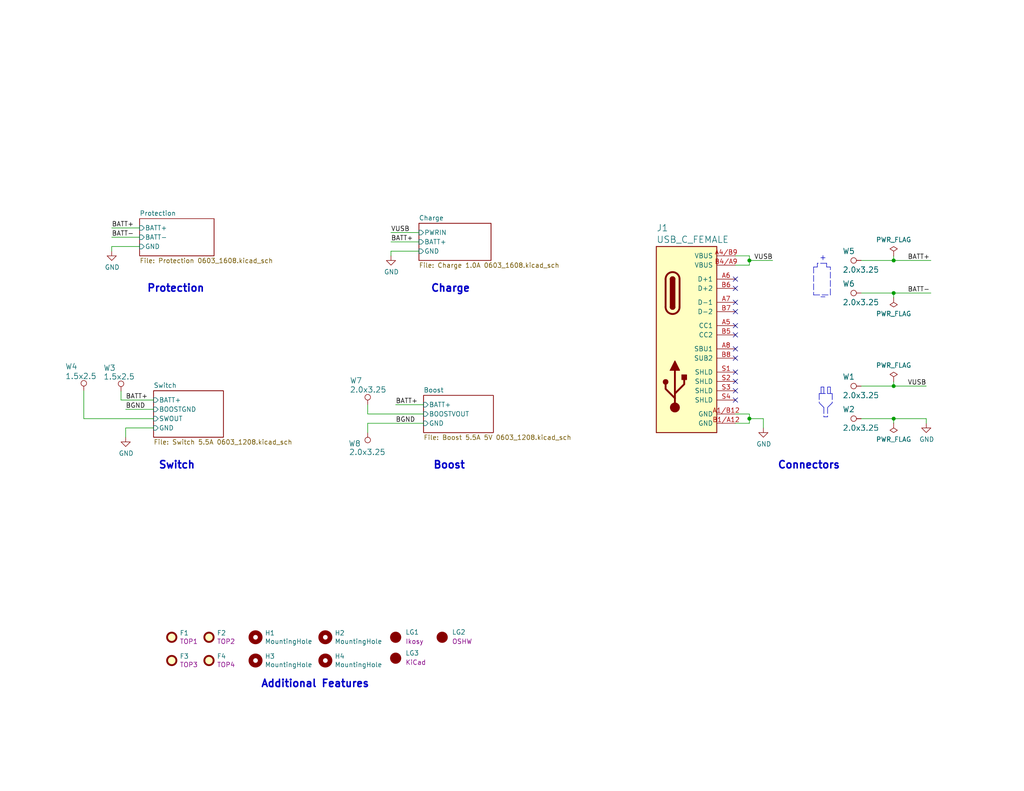
<source format=kicad_sch>
(kicad_sch (version 20210621) (generator eeschema)
  (paper "A")
  (title_block (title "Li-ion 5A Boost 1A Charge Protect") (rev "1.0.0") (comment 1 "Designed by Lance A. Endres"))
  (lib_symbols
    (symbol "Connector_LE:USB_C_Plug_USB2.0" (pin_names (offset 1.016))
      (property "Reference" "P" (at -8.89 29.21 0))
      (property "Value" "USB_C_Plug_USB2.0" (at -8.89 26.67 0))
      (property "Manufacturer Part No." "USB4110-GF-A" (at -1.27 -31.75 0))
      (symbol "USB_C_Plug_USB2.0_0_1"
        (rectangle (start -8.89 25.4) (end 7.62 -25.4) (stroke (width 0.254)) (fill (type background)))
        (circle (center -6.35 -11.557) (radius 0.635) (stroke (width 0.254)) (fill (type outline)))
        (arc (start -6.35 8.89) (mid -4.445 6.985) (end -2.54 8.89) (stroke (width 0.508)))
        (arc (start -5.08 8.89) (mid -4.445 8.255) (end -3.81 8.89) (stroke (width 0.254)))
        (arc (start -5.08 8.89) (mid -4.445 8.255) (end -3.81 8.89) (stroke (width 0.254)) (fill (type outline)))
        (rectangle (start -5.08 8.89) (end -3.81 16.51) (stroke (width 0.254)) (fill (type outline)))
        (circle (center -3.81 -18.542) (radius 1.27) (fill (type outline)))
        (arc (start -3.81 16.51) (mid -4.445 17.145) (end -5.08 16.51) (stroke (width 0.254)))
        (arc (start -3.81 16.51) (mid -4.445 17.145) (end -5.08 16.51) (stroke (width 0.254)) (fill (type outline)))
        (arc (start -2.54 16.51) (mid -4.445 18.415) (end -6.35 16.51) (stroke (width 0.508)))
        (rectangle (start -1.905 -10.922) (end -0.635 -9.652) (stroke (width 0.254)) (fill (type outline)))
        (polyline (pts (xy -6.35 8.89) (xy -6.35 16.51)) (stroke (width 0.508)))
        (polyline (pts (xy -3.81 -18.542) (xy -3.81 -8.382)) (stroke (width 0.508)))
        (polyline (pts (xy -2.54 16.51) (xy -2.54 8.89)) (stroke (width 0.508)))
        (polyline (pts (xy -3.81 -16.002) (xy -6.35 -13.462) (xy -6.35 -12.192)) (stroke (width 0.508)))
        (polyline (pts (xy -3.81 -14.732) (xy -1.27 -12.192) (xy -1.27 -10.922)) (stroke (width 0.508)))
        (polyline (pts (xy -5.08 -8.382) (xy -3.81 -5.842) (xy -2.54 -8.382) (xy -5.08 -8.382)) (stroke (width 0.254)) (fill (type outline)))
      )
      (symbol "USB_C_Plug_USB2.0_1_1"
        (pin passive line (at 12.7 -20.32 180) (length 5.08) (name "GND") (number "A1/B12"))
        (pin power_in line (at 12.7 22.86 180) (length 5.08) (name "VBUS") (number "A4/B9"))
        (pin bidirectional line (at 12.7 3.81 180) (length 5.08) (name "CC1") (number "A5"))
        (pin bidirectional line (at 12.7 16.51 180) (length 5.08) (name "D+1") (number "A6"))
        (pin bidirectional line (at 12.7 10.16 180) (length 5.08) (name "D-1") (number "A7"))
        (pin bidirectional line (at 12.7 -2.54 180) (length 5.08) (name "SBU1") (number "A8"))
        (pin passive line (at 12.7 -22.86 180) (length 5.08) (name "GND") (number "B1/A12"))
        (pin power_in line (at 12.7 20.32 180) (length 5.08) (name "VBUS") (number "B4/A9"))
        (pin bidirectional line (at 12.7 1.27 180) (length 5.08) (name "CC2") (number "B5"))
        (pin bidirectional line (at 12.7 13.97 180) (length 5.08) (name "D+2") (number "B6"))
        (pin bidirectional line (at 12.7 7.62 180) (length 5.08) (name "D-2") (number "B7"))
        (pin bidirectional line (at 12.7 -5.08 180) (length 5.08) (name "SUB2") (number "B8"))
        (pin passive line (at 12.7 -8.89 180) (length 5.08) (name "SHLD") (number "S1"))
        (pin passive line (at 12.7 -11.43 180) (length 5.08) (name "SHLD") (number "S2"))
        (pin passive line (at 12.7 -13.97 180) (length 5.08) (name "SHLD") (number "S3"))
        (pin passive line (at 12.7 -16.51 180) (length 5.08) (name "SHLD") (number "S4"))
      )
    )
    (symbol "Frequently_Used_LE:GND" (power) (pin_names (offset 0))
      (property "Value" "GND" (at 0 -3.81 0))
      (symbol "GND_0_1"
        (polyline (pts (xy 0 0) (xy 0 -1.27) (xy 1.27 -1.27) (xy 0 -2.54) (xy -1.27 -1.27) (xy 0 -1.27)))
      )
      (symbol "GND_1_1"
        (pin power_in line (at 0 0 270) (length 0) hide (name "GND") (number "1"))
      )
    )
    (symbol "Frequently_Used_LE:Logo" (pin_numbers hide) (pin_names hide)
      (property "Reference" "LG" (at 0 5.08 0))
      (property "Name" "Name" (at 0 3.175 0))
      (symbol "Logo_0_1"
        (circle (center 0 0) (radius 1.27) (stroke (width 0.508)) (fill (type outline)))
      )
    )
    (symbol "Frequently_Used_LE:TestPoint_1" (pin_numbers hide) (pin_names (offset 0.762) hide)
      (property "Reference" "TP" (at 0 5.715 0))
      (property "Name" "Name" (at 0 3.81 0))
      (symbol "TestPoint_1_0_1"
        (circle (center 0 2.032) (radius 0.762))
      )
      (symbol "TestPoint_1_1_1"
        (pin passive line (at 0 0 90) (length 1.27) (name "1") (number "1"))
      )
    )
    (symbol "Mechanical_LE:Fiducial"
      (property "Reference" "F" (at 0 5.08 0))
      (property "Name" "Name" (at 0 2.54 0))
      (symbol "Fiducial_0_1"
        (circle (center 0 0) (radius 1.27) (stroke (width 0.508)) (fill (type background)))
      )
    )
    (symbol "Mechanical_LE:MountingHole" (pin_names (offset 1.016))
      (property "Reference" "H" (at 0 5.08 0))
      (property "Name" "Name" (at 0 3.175 0))
      (symbol "MountingHole_0_1"
        (circle (center 0 0) (radius 1.27) (stroke (width 1.27)))
      )
    )
    (symbol "power:GND" (power) (pin_names (offset 0))
      (property "Value" "GND" (at 0 -3.81 0))
      (symbol "GND_0_1"
        (polyline (pts (xy 0 0) (xy 0 -1.27) (xy 1.27 -1.27) (xy 0 -2.54) (xy -1.27 -1.27) (xy 0 -1.27)))
      )
      (symbol "GND_1_1"
        (pin power_in line (at 0 0 270) (length 0) hide (name "GND") (number "1"))
      )
    )
    (symbol "power:PWR_FLAG" (power) (pin_numbers hide) (pin_names (offset 0) hide)
      (property "Value" "PWR_FLAG" (at 0 3.81 0))
      (symbol "PWR_FLAG_0_0"
        (pin power_out line (at 0 0 90) (length 0) (name "pwr") (number "1"))
      )
      (symbol "PWR_FLAG_0_1"
        (polyline (pts (xy 0 0) (xy 0 1.27) (xy -1.016 1.905) (xy 0 2.54) (xy 1.016 1.905) (xy 0 1.27)))
      )
    )
  )
  (junction (at 243.84 80.01))
  (junction (at 204.47 71.12))
  (junction (at 204.47 114.3))
  (junction (at 243.84 71.12))
  (junction (at 243.84 105.41))
  (junction (at 243.84 114.3))
  (no_connect (at 200.66 97.79))
  (no_connect (at 200.66 101.6))
  (no_connect (at 200.66 78.74))
  (no_connect (at 200.66 109.22))
  (no_connect (at 200.66 95.25))
  (no_connect (at 200.66 88.9))
  (no_connect (at 200.66 91.44))
  (no_connect (at 200.66 76.2))
  (no_connect (at 200.66 106.68))
  (no_connect (at 200.66 82.55))
  (no_connect (at 200.66 104.14))
  (no_connect (at 200.66 85.09))
  (polyline (pts (xy 224.79 113.792) (xy 225.806 113.792)))
  (polyline (pts (xy 224.79 111.252) (xy 223.52 109.982)))
  (wire (pts (xy 38.1 67.31) (xy 30.48 67.31)))
  (wire (pts (xy 114.3 66.04) (xy 106.68 66.04)))
  (polyline (pts (xy 224.028 105.664) (xy 224.79 105.664)))
  (wire (pts (xy 114.3 63.5) (xy 106.68 63.5)))
  (wire (pts (xy 243.84 80.01) (xy 254 80.01)))
  (wire (pts (xy 41.91 116.84) (xy 34.29 116.84)))
  (wire (pts (xy 243.84 104.14) (xy 243.84 105.41)))
  (wire (pts (xy 41.91 114.3) (xy 22.86 114.3)))
  (polyline (pts (xy 223.52 107.442) (xy 223.52 109.982)))
  (polyline (pts (xy 225.552 71.882) (xy 223.012 71.882)))
  (polyline (pts (xy 225.806 107.442) (xy 225.806 105.664)))
  (polyline (pts (xy 226.568 80.518) (xy 226.568 72.898)))
  (polyline (pts (xy 227.076 107.442) (xy 227.076 109.982)))
  (wire (pts (xy 33.02 109.22) (xy 41.91 109.22)))
  (polyline (pts (xy 227.076 109.982) (xy 225.806 111.252)))
  (wire (pts (xy 38.1 64.77) (xy 30.48 64.77)))
  (wire (pts (xy 234.95 80.01) (xy 243.84 80.01)))
  (wire (pts (xy 100.33 118.11) (xy 100.33 115.57)))
  (wire (pts (xy 22.86 114.3) (xy 22.86 106.68)))
  (wire (pts (xy 106.68 68.58) (xy 106.68 69.85)))
  (wire (pts (xy 243.84 114.3) (xy 252.73 114.3)))
  (wire (pts (xy 204.47 71.12) (xy 204.47 72.39)))
  (wire (pts (xy 115.57 113.03) (xy 100.33 113.03)))
  (wire (pts (xy 243.84 71.12) (xy 254 71.12)))
  (wire (pts (xy 41.91 111.76) (xy 34.29 111.76)))
  (wire (pts (xy 100.33 113.03) (xy 100.33 110.49)))
  (polyline (pts (xy 223.012 71.882) (xy 223.012 72.898)))
  (wire (pts (xy 204.47 114.3) (xy 204.47 115.57)))
  (wire (pts (xy 107.95 110.49) (xy 115.57 110.49)))
  (polyline (pts (xy 224.79 111.252) (xy 224.79 113.792)))
  (wire (pts (xy 234.95 114.3) (xy 243.84 114.3)))
  (wire (pts (xy 252.73 105.41) (xy 243.84 105.41)))
  (wire (pts (xy 234.95 71.12) (xy 243.84 71.12)))
  (wire (pts (xy 204.47 72.39) (xy 200.66 72.39)))
  (wire (pts (xy 200.66 113.03) (xy 204.47 113.03)))
  (polyline (pts (xy 224.79 105.664) (xy 224.79 107.442)))
  (wire (pts (xy 204.47 114.3) (xy 208.28 114.3)))
  (polyline (pts (xy 225.806 111.252) (xy 225.806 113.792)))
  (wire (pts (xy 243.84 105.41) (xy 234.95 105.41)))
  (wire (pts (xy 34.29 116.84) (xy 34.29 119.38)))
  (wire (pts (xy 38.1 62.23) (xy 30.48 62.23)))
  (wire (pts (xy 100.33 115.57) (xy 115.57 115.57)))
  (polyline (pts (xy 224.028 105.664) (xy 224.028 107.442)))
  (wire (pts (xy 243.84 81.28) (xy 243.84 80.01)))
  (polyline (pts (xy 221.996 72.898) (xy 221.996 80.518)))
  (polyline (pts (xy 226.568 72.898) (xy 225.552 72.898)))
  (wire (pts (xy 252.73 114.3) (xy 252.73 115.57)))
  (wire (pts (xy 204.47 71.12) (xy 204.47 69.85)))
  (polyline (pts (xy 223.52 107.442) (xy 227.076 107.442)))
  (wire (pts (xy 208.28 116.84) (xy 208.28 114.3)))
  (wire (pts (xy 243.84 69.85) (xy 243.84 71.12)))
  (wire (pts (xy 204.47 113.03) (xy 204.47 114.3)))
  (wire (pts (xy 243.84 115.57) (xy 243.84 114.3)))
  (wire (pts (xy 33.02 106.807) (xy 33.02 109.22)))
  (wire (pts (xy 204.47 69.85) (xy 200.66 69.85)))
  (polyline (pts (xy 221.996 80.518) (xy 226.568 80.518)))
  (wire (pts (xy 114.3 68.58) (xy 106.68 68.58)))
  (wire (pts (xy 30.48 67.31) (xy 30.48 68.58)))
  (polyline (pts (xy 226.568 105.664) (xy 226.568 107.442)))
  (polyline (pts (xy 225.552 72.898) (xy 225.552 71.882)))
  (polyline (pts (xy 225.806 105.664) (xy 226.568 105.664)))
  (polyline (pts (xy 223.012 72.898) (xy 221.996 72.898)))
  (wire (pts (xy 204.47 71.12) (xy 210.82 71.12)))
  (wire (pts (xy 204.47 115.57) (xy 200.66 115.57)))
  (text "Protection" (at 40.005 80.01 0) (effects (font (size 2.0066 2.0066) (thickness 0.4013) bold) (justify left bottom)))
  (text "Switch" (at 43.18 128.27 0) (effects (font (size 2.0066 2.0066) (thickness 0.4013) bold) (justify left bottom)))
  (text "Connectors" (at 212.09 128.27 0) (effects (font (size 2.0066 2.0066) (thickness 0.4013) bold) (justify left bottom)))
  (text "Additional Features" (at 71.12 187.96 0) (effects (font (size 2.0066 2.0066) (thickness 0.4013) bold) (justify left bottom)))
  (text "Charge" (at 117.475 80.01 0) (effects (font (size 2.0066 2.0066) (thickness 0.4013) bold) (justify left bottom)))
  (text "-" (at 223.52 82.042 0) (effects (font (size 1.4986 1.4986)) (justify left bottom)))
  (text "Boost" (at 118.11 128.27 0) (effects (font (size 2.0066 2.0066) (thickness 0.4013) bold) (justify left bottom)))
  (text "+" (at 223.52 71.374 0) (effects (font (size 1.4986 1.4986)) (justify left bottom)))
  (label "VUSB" (at 205.74 71.12 0))
  (label "BATT-" (at 247.65 80.01 0))
  (label "VUSB" (at 247.65 105.41 0))
  (label "BATT-" (at 30.48 64.77 0))
  (label "BATT+" (at 107.95 110.49 0))
  (label "BGND" (at 34.29 111.76 0))
  (label "VUSB" (at 106.68 63.5 0))
  (label "BATT+" (at 30.48 62.23 0))
  (label "BATT+" (at 106.68 66.04 0))
  (label "BGND" (at 107.95 115.57 0))
  (label "BATT+" (at 34.29 109.22 0))
  (label "BATT+" (at 247.65 71.12 0))
  (symbol (lib_id "Connector_LE:USB_C_Plug_USB2.0") (at 187.96 92.71 0) (unit 1)
    (property "Reference" "J1" (at 179.07 62.23 0) (effects (font (size 1.778 1.778)) (justify left)))
    (property "Value" "USB_C_FEMALE" (at 179.07 65.405 0) (effects (font (size 1.778 1.778)) (justify left)))
    (property "Footprint" "Connector_LE:GCT_USB4110-GF-A" (effects hide))
    (property "Datasheet" "https://www.mouser.com/datasheet/2/837/USB4110-1948945.pdf" (effects hide))
    (property "Description" "USB-C Power Female SMD Connector" (effects hide))
    (property "Manufacturer Part No." "USB4110-GF-A" (effects hide))
    (property "Manufacturer Name" "GCT" (effects hide))
    (property "Source 1" "Digikey" (effects hide))
    (property "Source 1 Part No." "2073-USB4110-GF-A-1-ND" (effects hide))
    (property "Source 2" "Mouser" (effects hide))
    (property "Source 2 Part No." "640-USB4110-GF-A" (effects hide))
  )
  (symbol (lib_id "Frequently_Used_LE:TestPoint_1") (at 234.95 105.41 90) (unit 1)
    (property "Reference" "W1" (at 229.87 102.87 90) (effects (font (size 1.4986 1.4986)) (justify right)))
    (property "Value" "2.0x3.25" (at 229.87 107.95 90) (effects (font (size 1.4986 1.4986)) (justify right)))
    (property "Footprint" "Li_Ion_LE:Pad_2.0-3.25_w_TH" (effects hide))
    (property "Datasheet" "None" (effects hide))
    (property "Description" "Wire solder point" (effects hide))
    (property "Manufacturer Part No." "None" (effects hide))
    (property "Manufacturer Name" "None" (effects hide))
    (property "Source 1" "None" (effects hide))
    (property "Source 1 Part No." "None" (effects hide))
    (property "Source 2" "Mouser" (effects hide))
    (property "Source 2 Part No." "None" (effects hide))
  )
  (symbol (lib_id "Frequently_Used_LE:TestPoint_1") (at 234.95 114.3 90) (unit 1)
    (property "Reference" "W2" (at 229.87 111.76 90) (effects (font (size 1.4986 1.4986)) (justify right)))
    (property "Value" "2.0x3.25" (at 229.87 116.84 90) (effects (font (size 1.4986 1.4986)) (justify right)))
    (property "Footprint" "Li_Ion_LE:Pad_2.0-3.25_w_TH" (effects hide))
    (property "Datasheet" "None" (effects hide))
    (property "Description" "Wire solder point" (effects hide))
    (property "Manufacturer Part No." "None" (effects hide))
    (property "Manufacturer Name" "None" (effects hide))
    (property "Source 1" "None" (effects hide))
    (property "Source 1 Part No." "None" (effects hide))
    (property "Source 2" "Mouser" (effects hide))
    (property "Source 2 Part No." "None" (effects hide))
  )
  (symbol (lib_id "power:PWR_FLAG") (at 243.84 104.14 0) (unit 1)
    (property "Reference" "#FLG01" (effects hide))
    (property "Value" "PWR_FLAG" (at 243.84 99.7458 0))
  )
  (symbol (lib_id "power:PWR_FLAG") (at 243.84 115.57 180) (unit 1)
    (property "Reference" "#FLG02" (effects hide))
    (property "Value" "PWR_FLAG" (at 243.84 119.9642 0))
  )
  (symbol (lib_id "Frequently_Used_LE:TestPoint_1") (at 22.86 106.68 0) (unit 1)
    (property "Reference" "W4" (at 17.78 100.076 0) (effects (font (size 1.4986 1.4986)) (justify left)))
    (property "Value" "1.5x2.5" (at 17.78 101.854 0) (effects (font (size 1.4986 1.4986)) (justify left top)))
    (property "Footprint" "Li_Ion_LE:Pad_1.5-2.5_w_TH" (effects hide))
    (property "Datasheet" "None" (effects hide))
    (property "Description" "Wire solder point" (effects hide))
    (property "Source 1 Part No." "None" (effects hide))
    (property "Manufacturer Part No." "None" (effects hide))
    (property "Manufacturer Name" "None" (effects hide))
    (property "Source 1" "None" (effects hide))
    (property "Source 2" "Mouser" (effects hide))
    (property "Source 2 Part No." "None" (effects hide))
  )
  (symbol (lib_id "power:PWR_FLAG") (at 243.84 69.85 0) (unit 1)
    (property "Reference" "#FLG04" (effects hide))
    (property "Value" "PWR_FLAG" (at 243.84 65.4558 0))
  )
  (symbol (lib_id "Frequently_Used_LE:GND") (at 208.28 116.84 0) (unit 1)
    (property "Reference" "#PWR03" (effects hide))
    (property "Value" "GND" (at 208.407 121.2342 0))
  )
  (symbol (lib_id "Frequently_Used_LE:TestPoint_1") (at 33.02 106.807 0) (unit 1)
    (property "Reference" "W3" (at 28.194 100.457 0) (effects (font (size 1.4986 1.4986)) (justify left)))
    (property "Value" "1.5x2.5" (at 28.194 101.981 0) (effects (font (size 1.4986 1.4986)) (justify left top)))
    (property "Footprint" "Li_Ion_LE:Pad_1.5-2.5_w_TH" (effects hide))
    (property "Datasheet" "None" (effects hide))
    (property "Description" "Wire solder point" (effects hide))
    (property "Source 1 Part No." "None" (effects hide))
    (property "Manufacturer Part No." "None" (effects hide))
    (property "Manufacturer Name" "None" (effects hide))
    (property "Source 1" "None" (effects hide))
    (property "Source 2" "Mouser" (effects hide))
    (property "Source 2 Part No." "None" (effects hide))
  )
  (symbol (lib_id "power:PWR_FLAG") (at 243.84 81.28 180) (unit 1)
    (property "Reference" "#FLG05" (effects hide))
    (property "Value" "PWR_FLAG" (at 243.84 85.6742 0))
  )
  (symbol (lib_id "Frequently_Used_LE:GND") (at 252.73 115.57 0) (unit 1)
    (property "Reference" "#PWR05" (effects hide))
    (property "Value" "GND" (at 252.857 119.9642 0))
  )
  (symbol (lib_id "Frequently_Used_LE:TestPoint_1") (at 100.33 118.11 180) (unit 1)
    (property "Reference" "W8" (at 98.4758 121.1072 0) (effects (font (size 1.4986 1.4986)) (justify left)))
    (property "Value" "2.0x3.25" (at 105.2322 123.444 0) (effects (font (size 1.4986 1.4986)) (justify left)))
    (property "Footprint" "Li_Ion_LE:Pad_2.0-3.25_w_TH" (effects hide))
    (property "Datasheet" "None" (effects hide))
    (property "Description" "Wire solder point" (effects hide))
    (property "Source 1 Part No." "None" (effects hide))
    (property "Manufacturer Part No." "None" (effects hide))
    (property "Manufacturer Name" "None" (effects hide))
    (property "Source 1" "None" (effects hide))
    (property "Source 2" "Mouser" (effects hide))
    (property "Source 2 Part No." "None" (effects hide))
  )
  (symbol (lib_id "Frequently_Used_LE:TestPoint_1") (at 234.95 71.12 90) (unit 1)
    (property "Reference" "W5" (at 229.87 68.58 90) (effects (font (size 1.4986 1.4986)) (justify right)))
    (property "Value" "2.0x3.25" (at 229.87 73.66 90) (effects (font (size 1.4986 1.4986)) (justify right)))
    (property "Footprint" "Li_Ion_LE:Pad_2.0-3.25_w_TH" (effects hide))
    (property "Datasheet" "None" (effects hide))
    (property "Description" "Wire solder point" (effects hide))
    (property "Manufacturer Part No." "None" (effects hide))
    (property "Manufacturer Name" "None" (effects hide))
    (property "Source 1" "None" (effects hide))
    (property "Source 1 Part No." "None" (effects hide))
    (property "Source 2" "Mouser" (effects hide))
    (property "Source 2 Part No." "None" (effects hide))
  )
  (symbol (lib_id "Frequently_Used_LE:TestPoint_1") (at 234.95 80.01 90) (unit 1)
    (property "Reference" "W6" (at 229.87 77.47 90) (effects (font (size 1.4986 1.4986)) (justify right)))
    (property "Value" "2.0x3.25" (at 229.87 82.55 90) (effects (font (size 1.4986 1.4986)) (justify right)))
    (property "Footprint" "Li_Ion_LE:Pad_2.0-3.25_w_TH" (effects hide))
    (property "Datasheet" "None" (effects hide))
    (property "Description" "Wire solder point" (effects hide))
    (property "Manufacturer Part No." "None" (effects hide))
    (property "Manufacturer Name" "None" (effects hide))
    (property "Source 1" "None" (effects hide))
    (property "Source 1 Part No." "None" (effects hide))
    (property "Source 2" "Mouser" (effects hide))
    (property "Source 2 Part No." "None" (effects hide))
  )
  (symbol (lib_id "Mechanical_LE:Fiducial") (at 46.863 173.99 0) (unit 1)
    (property "Reference" "F1" (at 49.022 172.8216 0) (effects (justify left)))
    (property "Value" "Fiducial" (effects hide))
    (property "Footprint" "Fiducial_LE:Fiducial_1mm_Mask2mm" (effects hide))
    (property "Datasheet" "None" (effects hide))
    (property "Name" "TOP1" (at 49.022 175.133 0) (effects (justify left)))
    (property "Manufacturer Name" "None" (effects hide))
    (property "Manufacturer Part No." "None" (effects hide))
    (property "Source 1" "None" (effects hide))
    (property "Source 1 Part No." "None" (effects hide))
    (property "Description" "Fiducial mark" (effects hide))
    (property "Source 2" "Mouser" (effects hide))
    (property "Source 2 Part No." "None" (effects hide))
  )
  (symbol (lib_id "Mechanical_LE:Fiducial") (at 57.023 173.99 0) (unit 1)
    (property "Reference" "F2" (at 59.182 172.8216 0) (effects (justify left)))
    (property "Value" "Fiducial" (effects hide))
    (property "Footprint" "Fiducial_LE:Fiducial_1mm_Mask2mm" (effects hide))
    (property "Datasheet" "None" (effects hide))
    (property "Name" "TOP2" (at 59.182 175.133 0) (effects (justify left)))
    (property "Manufacturer Name" "None" (effects hide))
    (property "Manufacturer Part No." "None" (effects hide))
    (property "Source 1" "None" (effects hide))
    (property "Source 1 Part No." "None" (effects hide))
    (property "Description" "Fiducial mark" (effects hide))
    (property "Source 2" "Mouser" (effects hide))
    (property "Source 2 Part No." "None" (effects hide))
  )
  (symbol (lib_id "Mechanical_LE:Fiducial") (at 46.863 180.34 0) (unit 1)
    (property "Reference" "F3" (at 49.022 179.1716 0) (effects (justify left)))
    (property "Value" "Fiducial" (effects hide))
    (property "Footprint" "Fiducial_LE:Fiducial_1mm_Mask2mm" (effects hide))
    (property "Datasheet" "None" (effects hide))
    (property "Name" "TOP3" (at 49.022 181.483 0) (effects (justify left)))
    (property "Manufacturer Name" "None" (effects hide))
    (property "Manufacturer Part No." "None" (effects hide))
    (property "Source 1" "None" (effects hide))
    (property "Source 1 Part No." "None" (effects hide))
    (property "Description" "Fiducial mark" (effects hide))
    (property "Source 2" "Mouser" (effects hide))
    (property "Source 2 Part No." "None" (effects hide))
  )
  (symbol (lib_id "Mechanical_LE:Fiducial") (at 57.023 180.34 0) (unit 1)
    (property "Reference" "F4" (at 59.182 179.1716 0) (effects (justify left)))
    (property "Value" "Fiducial" (effects hide))
    (property "Footprint" "Fiducial_LE:Fiducial_1mm_Mask2mm" (effects hide))
    (property "Datasheet" "None" (effects hide))
    (property "Name" "TOP4" (at 59.182 181.483 0) (effects (justify left)))
    (property "Manufacturer Name" "None" (effects hide))
    (property "Manufacturer Part No." "None" (effects hide))
    (property "Source 1" "None" (effects hide))
    (property "Source 1 Part No." "None" (effects hide))
    (property "Description" "Fiducial mark" (effects hide))
    (property "Source 2" "Mouser" (effects hide))
    (property "Source 2 Part No." "None" (effects hide))
  )
  (symbol (lib_id "Mechanical_LE:MountingHole") (at 69.723 173.99 0) (unit 1)
    (property "Reference" "H1" (at 72.263 172.8216 0) (effects (justify left)))
    (property "Value" "MountingHole" (at 72.263 175.133 0) (effects (justify left)))
    (property "Footprint" "MountingHole:MountingHole_2.2mm_M2" (effects hide))
    (property "Datasheet" "None" (effects hide))
    (property "Description" "M2 mounting hole" (effects hide))
    (property "Manufacturer Name" "None" (effects hide))
    (property "Manufacturer Part No." "None" (effects hide))
    (property "Source 1" "None" (effects hide))
    (property "Source 1 Part No." "None" (effects hide))
    (property "Source 2" "Mouser" (effects hide))
    (property "Source 2 Part No." "None" (effects hide))
  )
  (symbol (lib_id "Mechanical_LE:MountingHole") (at 88.773 173.99 0) (unit 1)
    (property "Reference" "H2" (at 91.313 172.8216 0) (effects (justify left)))
    (property "Value" "MountingHole" (at 91.313 175.133 0) (effects (justify left)))
    (property "Footprint" "MountingHole:MountingHole_2.2mm_M2" (effects hide))
    (property "Datasheet" "None" (effects hide))
    (property "Description" "M2 mounting hole" (effects hide))
    (property "Manufacturer Name" "None" (effects hide))
    (property "Manufacturer Part No." "None" (effects hide))
    (property "Source 1" "None" (effects hide))
    (property "Source 1 Part No." "None" (effects hide))
    (property "Source 2" "Mouser" (effects hide))
    (property "Source 2 Part No." "None" (effects hide))
  )
  (symbol (lib_id "Mechanical_LE:MountingHole") (at 69.723 180.34 0) (unit 1)
    (property "Reference" "H3" (at 72.263 179.1716 0) (effects (justify left)))
    (property "Value" "MountingHole" (at 72.263 181.483 0) (effects (justify left)))
    (property "Footprint" "MountingHole:MountingHole_2.2mm_M2" (effects hide))
    (property "Datasheet" "None" (effects hide))
    (property "Description" "M2 mounting hole" (effects hide))
    (property "Manufacturer Name" "None" (effects hide))
    (property "Manufacturer Part No." "None" (effects hide))
    (property "Source 1" "None" (effects hide))
    (property "Source 1 Part No." "None" (effects hide))
    (property "Source 2" "Mouser" (effects hide))
    (property "Source 2 Part No." "None" (effects hide))
  )
  (symbol (lib_id "Mechanical_LE:MountingHole") (at 88.773 180.34 0) (unit 1)
    (property "Reference" "H4" (at 91.313 179.1716 0) (effects (justify left)))
    (property "Value" "MountingHole" (at 91.313 181.483 0) (effects (justify left)))
    (property "Footprint" "MountingHole:MountingHole_2.2mm_M2" (effects hide))
    (property "Datasheet" "None" (effects hide))
    (property "Description" "M2 mounting hole" (effects hide))
    (property "Manufacturer Name" "None" (effects hide))
    (property "Manufacturer Part No." "None" (effects hide))
    (property "Source 2 Part No." "None" (effects hide))
    (property "Source 1 Part No." "None" (effects hide))
    (property "Source 1" "None" (effects hide))
    (property "Source 2" "Mouser" (effects hide))
  )
  (symbol (lib_id "Frequently_Used_LE:Logo") (at 107.95 173.99 0) (unit 1)
    (property "Reference" "LG1" (at 110.617 172.593 0) (effects (justify left)))
    (property "Value" "Logo" (effects hide))
    (property "Footprint" "Logo_LE:Ikosy-Logo_Type1_10.3x2mm_SilkScreen" (effects hide))
    (property "Datasheet" "None" (effects hide))
    (property "Name" "Ikosy" (at 110.617 175.133 0) (effects (justify left)))
    (property "Description" "None" (effects hide))
    (property "Manufacturer Name" "None" (effects hide))
    (property "Manufacturer Part No." "None" (effects hide))
    (property "Source 1" "None" (effects hide))
    (property "Source 1 Part No." "None" (effects hide))
    (property "Source 2" "None" (effects hide))
    (property "Source 2 Part No." "None" (effects hide))
  )
  (symbol (lib_id "Frequently_Used_LE:Logo") (at 107.95 179.705 0) (unit 1)
    (property "Reference" "LG3" (at 110.617 178.308 0) (effects (justify left)))
    (property "Value" "Logo" (effects hide))
    (property "Footprint" "Logo_LE:KiCad-Logo3_3mm_SilkScreen" (effects hide))
    (property "Datasheet" "None" (effects hide))
    (property "Name" "KiCad" (at 110.617 180.848 0) (effects (justify left)))
    (property "Description" "None" (effects hide))
    (property "Manufacturer Name" "None" (effects hide))
    (property "Manufacturer Part No." "None" (effects hide))
    (property "Source 1" "None" (effects hide))
    (property "Source 1 Part No." "None" (effects hide))
    (property "Source 2" "None" (effects hide))
    (property "Source 2 Part No." "None" (effects hide))
  )
  (symbol (lib_id "Frequently_Used_LE:Logo") (at 120.65 173.99 0) (unit 1)
    (property "Reference" "LG2" (at 123.317 172.593 0) (effects (justify left)))
    (property "Value" "Logo" (effects hide))
    (property "Footprint" "Logo_LE:OSHW-Symbol_3mm_Silkscreen" (effects hide))
    (property "Datasheet" "None" (effects hide))
    (property "Name" "OSHW" (at 123.317 175.133 0) (effects (justify left)))
    (property "Description" "None" (effects hide))
    (property "Manufacturer Name" "None" (effects hide))
    (property "Manufacturer Part No." "None" (effects hide))
    (property "Source 1" "None" (effects hide))
    (property "Source 1 Part No." "None" (effects hide))
    (property "Source 2" "None" (effects hide))
    (property "Source 2 Part No." "None" (effects hide))
  )
  (symbol (lib_id "Frequently_Used_LE:GND") (at 30.48 68.58 0) (unit 1)
    (property "Reference" "#PWR0102" (effects hide))
    (property "Value" "GND" (at 30.607 72.9742 0))
  )
  (symbol (lib_id "Frequently_Used_LE:GND") (at 106.68 69.85 0) (unit 1)
    (property "Reference" "#PWR0103" (effects hide))
    (property "Value" "GND" (at 106.807 74.2442 0))
  )
  (symbol (lib_id "power:GND") (at 34.29 119.38 0) (unit 1)
    (property "Reference" "#PWR0101" (effects hide))
    (property "Value" "GND" (at 34.417 123.7742 0))
  )
  (symbol (lib_id "Frequently_Used_LE:TestPoint_1") (at 100.33 110.49 0) (unit 1)
    (property "Reference" "W7" (at 95.4278 103.9114 0) (effects (font (size 1.4986 1.4986)) (justify left)))
    (property "Value" "2.0x3.25" (at 95.4278 106.4006 0) (effects (font (size 1.4986 1.4986)) (justify left)))
    (property "Footprint" "Li_Ion_LE:Pad_2.0-3.25_w_TH" (effects hide))
    (property "Datasheet" "None" (effects hide))
    (property "Description" "Wire solder point" (effects hide))
    (property "Source 1 Part No." "None" (effects hide))
    (property "Manufacturer Part No." "None" (effects hide))
    (property "Manufacturer Name" "None" (effects hide))
    (property "Source 1" "None" (effects hide))
    (property "Source 2" "Mouser" (effects hide))
    (property "Source 2 Part No." "None" (effects hide))
  )
  (sheet (at 115.57 107.95) (size 19.05 10.16)
    (property "Sheet name" "Boost" (at 115.57 107.2384 0) (effects (justify left bottom)))
    (property "Sheet file" "Boost 5.5A 5V 0603_1208.kicad_sch" (at 115.57 118.6946 0) (effects (justify left top)))
    (pin "BATT+" input (at 115.57 110.49 180))
    (pin "GND" input (at 115.57 115.57 180))
    (pin "BOOSTVOUT" input (at 115.57 113.03 180))
  )
  (sheet (at 38.1 59.69) (size 20.32 10.16)
    (property "Sheet name" "Protection" (at 38.1 58.9784 0) (effects (justify left bottom)))
    (property "Sheet file" "Protection 0603_1608.kicad_sch" (at 38.1 70.4346 0) (effects (justify left top)))
    (pin "GND" input (at 38.1 67.31 180))
    (pin "BATT+" input (at 38.1 62.23 180))
    (pin "BATT-" input (at 38.1 64.77 180))
  )
  (sheet (at 41.91 106.68) (size 19.05 12.7)
    (property "Sheet name" "Switch" (at 41.91 105.9684 0) (effects (justify left bottom)))
    (property "Sheet file" "Switch 5.5A 0603_1208.kicad_sch" (at 41.91 119.9646 0) (effects (justify left top)))
    (pin "BOOSTGND" input (at 41.91 111.76 180))
    (pin "GND" input (at 41.91 116.84 180))
    (pin "BATT+" input (at 41.91 109.22 180))
    (pin "SWOUT" input (at 41.91 114.3 180))
  )
  (sheet (at 114.3 60.96) (size 19.685 10.16)
    (property "Sheet name" "Charge" (at 114.3 60.2484 0) (effects (justify left bottom)))
    (property "Sheet file" "Charge 1.0A 0603_1608.kicad_sch" (at 114.3 71.7046 0) (effects (justify left top)))
    (pin "BATT+" input (at 114.3 66.04 180))
    (pin "PWRIN" input (at 114.3 63.5 180))
    (pin "GND" input (at 114.3 68.58 180))
  )
)
</source>
